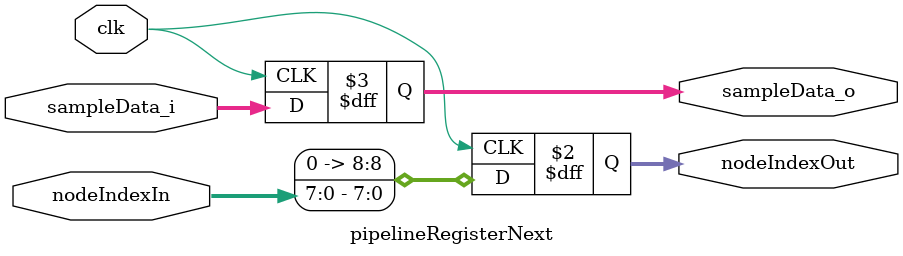
<source format=v>
/*****************************************************************************
Project:            NLP Hardware Accelerator
Module:             PipelineRegister.v
Desciption:         Random Forest classifier is a deep learning
                    algorithm that requires nodes

Created by Markus Bernal
****************************************************************************/

module pipelineRegister (
    //Declaring ports
    input  [255:0]       sampleData_i,  //data being loaded into the PipelineRegister
    input  [stage-1:0]   nodeIndexIn,   //Node Index going into the register
    input                clk,           //clock signal
    output reg [stage-1:0] nodeIndexOut,  //Node index going out of the register
    output reg [255:0]   sampleData_o   //data beging pulled from the registers
);

parameter stage = 1;

//input data
always @(posedge clk)
  begin
    //register saves input
    sampleData_o  <= sampleData_i;
    nodeIndexOut  <= nodeIndexIn;
  end
endmodule // PipelineRegister

module pipelineRegisterNext(
      //Declaring ports
      input  [255:0]       sampleData_i,  //data being loaded into the PipelineRegister
      input  [stage-1:0]   nodeIndexIn,   //Node Index going into the register
      input                clk,           //clock signal
      output reg [stage:0] nodeIndexOut,  //Node index going out of the register
      output reg [255:0]   sampleData_o   //data beging pulled from the registers
  );

parameter stage = 8;

//input data
always @(posedge clk)
  begin
    //register saves input
    sampleData_o  <= sampleData_i;
    nodeIndexOut  <= nodeIndexIn;
  end
endmodule

</source>
